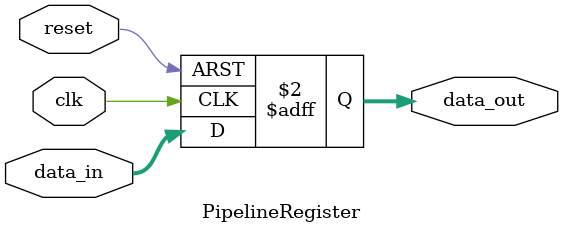
<source format=v>
module PipelineRegister #(parameter WIDTH = 32) (
    input clk,
    input reset,
    input [WIDTH-1:0] data_in,
    output reg [WIDTH-1:0] data_out
);
    always @(posedge clk or posedge reset) begin
        if (reset)
            data_out <= 0;
        else
            data_out <= data_in;
    end
endmodule

</source>
